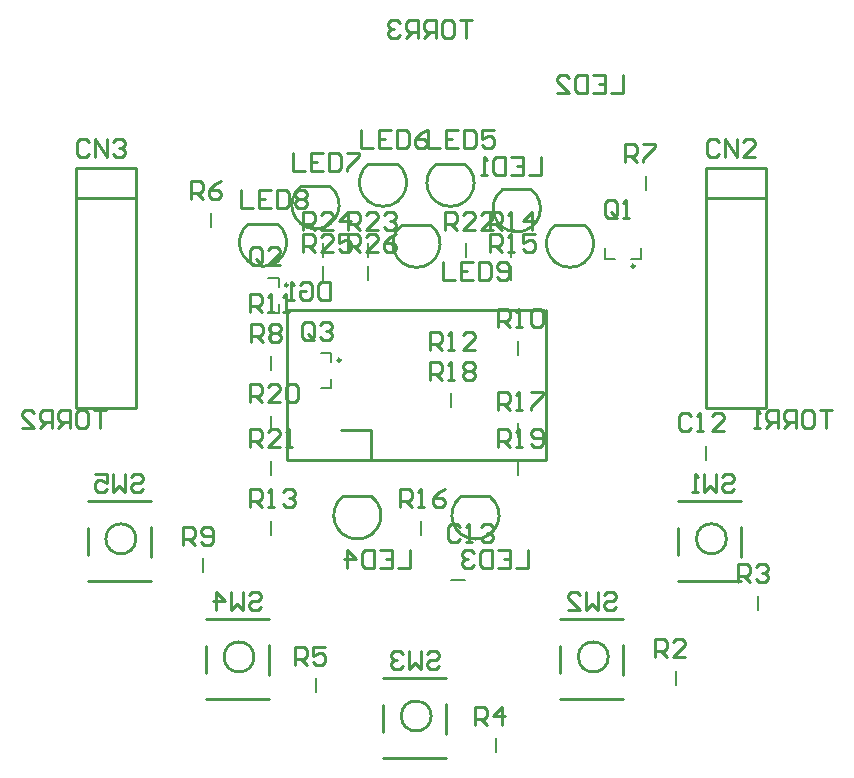
<source format=gto>
G04 Layer_Color=32768*
%FSLAX25Y25*%
%MOIN*%
G70*
G01*
G75*
%ADD30C,0.01000*%
%ADD31C,0.00984*%
%ADD32C,0.00787*%
D30*
X187776Y223799D02*
G03*
X197224Y223799I4724J-6299D01*
G01*
X165276D02*
G03*
X174724Y223799I4724J-6299D01*
G01*
X142776Y216299D02*
G03*
X152224Y216299I4724J-6299D01*
G01*
X125276Y203799D02*
G03*
X134724Y203799I4724J-6299D01*
G01*
X284469Y98811D02*
G03*
X284469Y98811I-5000J0D01*
G01*
X245098Y59441D02*
G03*
X245098Y59441I-5000J0D01*
G01*
X186043Y39756D02*
G03*
X186043Y39756I-5000J0D01*
G01*
X126988Y59441D02*
G03*
X126988Y59441I-5000J0D01*
G01*
X87618Y98811D02*
G03*
X87618Y98811I-5000J0D01*
G01*
X196102Y112913D02*
G03*
X205551Y112913I4724J-6299D01*
G01*
X156732D02*
G03*
X166181Y112913I4724J-6299D01*
G01*
X227598Y203465D02*
G03*
X237047Y203465I4724J-6299D01*
G01*
X209882Y215276D02*
G03*
X219331Y215276I4724J-6299D01*
G01*
X176417Y203465D02*
G03*
X185866Y203465I4724J-6299D01*
G01*
X187776Y223799D02*
X197224D01*
X165276D02*
X174724D01*
X142776Y216299D02*
X152224D01*
X125276Y203799D02*
X134724D01*
X156142Y135000D02*
X166142D01*
X137835Y125000D02*
X224449D01*
X137835Y175000D02*
X223642D01*
X166142Y125000D02*
Y135000D01*
X137835Y125000D02*
Y175000D01*
X224449Y125000D02*
Y175000D01*
X268468Y111311D02*
X289469D01*
X268468Y84811D02*
X289469D01*
Y92811D02*
Y102811D01*
X268468Y93311D02*
Y102311D01*
X229098Y71941D02*
X250098D01*
X229098Y45441D02*
X250098D01*
Y53441D02*
Y63441D01*
X229098Y53941D02*
Y62941D01*
X170043Y52256D02*
X191043D01*
X170043Y25756D02*
X191043D01*
Y33756D02*
Y43756D01*
X170043Y34256D02*
Y43256D01*
X110988Y71941D02*
X131988D01*
X110988Y45441D02*
X131988D01*
Y53441D02*
Y63441D01*
X110988Y53941D02*
Y62941D01*
X71618Y111311D02*
X92618D01*
X71618Y84811D02*
X92618D01*
Y92811D02*
Y102811D01*
X71618Y93311D02*
Y102311D01*
X196102Y112913D02*
X205551D01*
X156732D02*
X166181D01*
X227598Y203465D02*
X237047D01*
X209882Y215276D02*
X219331D01*
X176417Y203465D02*
X185866D01*
X77500Y142500D02*
X87500D01*
X67500Y212500D02*
X77500D01*
X67500Y142500D02*
X77500D01*
X67500Y222500D02*
X77500D01*
X87500D01*
X77500Y212500D02*
X87500D01*
X67500Y142500D02*
Y222500D01*
X87500Y142500D02*
Y222500D01*
X287500Y142500D02*
X297500D01*
X277500Y212500D02*
X287500D01*
X277500Y142500D02*
X287500D01*
X277500Y222500D02*
X287500D01*
X297500D01*
X287500Y212500D02*
X297500D01*
X277500Y142500D02*
Y222500D01*
X297500Y142500D02*
Y222500D01*
X208300Y129400D02*
Y135398D01*
X211299D01*
X212299Y134398D01*
Y132399D01*
X211299Y131399D01*
X208300D01*
X210299D02*
X212299Y129400D01*
X214298D02*
X216298D01*
X215298D01*
Y135398D01*
X214298Y134398D01*
X219297Y130400D02*
X220296Y129400D01*
X222295D01*
X223295Y130400D01*
Y134398D01*
X222295Y135398D01*
X220296D01*
X219297Y134398D01*
Y133399D01*
X220296Y132399D01*
X223295D01*
X158300Y194400D02*
Y200398D01*
X161299D01*
X162299Y199398D01*
Y197399D01*
X161299Y196399D01*
X158300D01*
X160299D02*
X162299Y194400D01*
X168297D02*
X164298D01*
X168297Y198399D01*
Y199398D01*
X167297Y200398D01*
X165298D01*
X164298Y199398D01*
X174295Y200398D02*
X172295Y199398D01*
X170296Y197399D01*
Y195400D01*
X171296Y194400D01*
X173295D01*
X174295Y195400D01*
Y196399D01*
X173295Y197399D01*
X170296D01*
X143300Y194400D02*
Y200398D01*
X146299D01*
X147299Y199398D01*
Y197399D01*
X146299Y196399D01*
X143300D01*
X145299D02*
X147299Y194400D01*
X153297D02*
X149298D01*
X153297Y198399D01*
Y199398D01*
X152297Y200398D01*
X150298D01*
X149298Y199398D01*
X159295Y200398D02*
X155296D01*
Y197399D01*
X157296Y198399D01*
X158295D01*
X159295Y197399D01*
Y195400D01*
X158295Y194400D01*
X156296D01*
X155296Y195400D01*
X143300Y201900D02*
Y207898D01*
X146299D01*
X147299Y206898D01*
Y204899D01*
X146299Y203899D01*
X143300D01*
X145299D02*
X147299Y201900D01*
X153297D02*
X149298D01*
X153297Y205899D01*
Y206898D01*
X152297Y207898D01*
X150298D01*
X149298Y206898D01*
X158295Y201900D02*
Y207898D01*
X155296Y204899D01*
X159295D01*
X158300Y201900D02*
Y207898D01*
X161299D01*
X162299Y206898D01*
Y204899D01*
X161299Y203899D01*
X158300D01*
X160299D02*
X162299Y201900D01*
X168297D02*
X164298D01*
X168297Y205899D01*
Y206898D01*
X167297Y207898D01*
X165298D01*
X164298Y206898D01*
X170296D02*
X171296Y207898D01*
X173295D01*
X174295Y206898D01*
Y205899D01*
X173295Y204899D01*
X172295D01*
X173295D01*
X174295Y203899D01*
Y202900D01*
X173295Y201900D01*
X171296D01*
X170296Y202900D01*
X190800Y201900D02*
Y207898D01*
X193799D01*
X194799Y206898D01*
Y204899D01*
X193799Y203899D01*
X190800D01*
X192799D02*
X194799Y201900D01*
X200797D02*
X196798D01*
X200797Y205899D01*
Y206898D01*
X199797Y207898D01*
X197798D01*
X196798Y206898D01*
X206795Y201900D02*
X202796D01*
X206795Y205899D01*
Y206898D01*
X205795Y207898D01*
X203796D01*
X202796Y206898D01*
X190000Y190998D02*
Y185000D01*
X193999D01*
X199997Y190998D02*
X195998D01*
Y185000D01*
X199997D01*
X195998Y187999D02*
X197997D01*
X201996Y190998D02*
Y185000D01*
X204995D01*
X205995Y186000D01*
Y189998D01*
X204995Y190998D01*
X201996D01*
X207994Y186000D02*
X208994Y185000D01*
X210993D01*
X211993Y186000D01*
Y189998D01*
X210993Y190998D01*
X208994D01*
X207994Y189998D01*
Y188999D01*
X208994Y187999D01*
X211993D01*
X122650Y215048D02*
Y209050D01*
X126649D01*
X132647Y215048D02*
X128648D01*
Y209050D01*
X132647D01*
X128648Y212049D02*
X130647D01*
X134646Y215048D02*
Y209050D01*
X137645D01*
X138645Y210050D01*
Y214048D01*
X137645Y215048D01*
X134646D01*
X140644Y214048D02*
X141644Y215048D01*
X143643D01*
X144643Y214048D01*
Y213049D01*
X143643Y212049D01*
X144643Y211049D01*
Y210050D01*
X143643Y209050D01*
X141644D01*
X140644Y210050D01*
Y211049D01*
X141644Y212049D01*
X140644Y213049D01*
Y214048D01*
X141644Y212049D02*
X143643D01*
X140150Y227548D02*
Y221550D01*
X144149D01*
X150147Y227548D02*
X146148D01*
Y221550D01*
X150147D01*
X146148Y224549D02*
X148147D01*
X152146Y227548D02*
Y221550D01*
X155145D01*
X156145Y222550D01*
Y226548D01*
X155145Y227548D01*
X152146D01*
X158144D02*
X162143D01*
Y226548D01*
X158144Y222550D01*
Y221550D01*
X162650Y235048D02*
Y229050D01*
X166649D01*
X172647Y235048D02*
X168648D01*
Y229050D01*
X172647D01*
X168648Y232049D02*
X170647D01*
X174646Y235048D02*
Y229050D01*
X177645D01*
X178645Y230050D01*
Y234048D01*
X177645Y235048D01*
X174646D01*
X184643D02*
X182643Y234048D01*
X180644Y232049D01*
Y230050D01*
X181644Y229050D01*
X183643D01*
X184643Y230050D01*
Y231049D01*
X183643Y232049D01*
X180644D01*
X185150Y235048D02*
Y229050D01*
X189149D01*
X195147Y235048D02*
X191148D01*
Y229050D01*
X195147D01*
X191148Y232049D02*
X193147D01*
X197146Y235048D02*
Y229050D01*
X200145D01*
X201145Y230050D01*
Y234048D01*
X200145Y235048D01*
X197146D01*
X207143D02*
X203144D01*
Y232049D01*
X205143Y233049D01*
X206143D01*
X207143Y232049D01*
Y230050D01*
X206143Y229050D01*
X204144D01*
X203144Y230050D01*
X125800Y129400D02*
Y135398D01*
X128799D01*
X129799Y134398D01*
Y132399D01*
X128799Y131399D01*
X125800D01*
X127799D02*
X129799Y129400D01*
X135797D02*
X131798D01*
X135797Y133399D01*
Y134398D01*
X134797Y135398D01*
X132798D01*
X131798Y134398D01*
X137796Y129400D02*
X139795D01*
X138796D01*
Y135398D01*
X137796Y134398D01*
X125800Y144400D02*
Y150398D01*
X128799D01*
X129799Y149398D01*
Y147399D01*
X128799Y146399D01*
X125800D01*
X127799D02*
X129799Y144400D01*
X135797D02*
X131798D01*
X135797Y148399D01*
Y149398D01*
X134797Y150398D01*
X132798D01*
X131798Y149398D01*
X137796D02*
X138796Y150398D01*
X140795D01*
X141795Y149398D01*
Y145400D01*
X140795Y144400D01*
X138796D01*
X137796Y145400D01*
Y149398D01*
X185800Y151900D02*
Y157898D01*
X188799D01*
X189799Y156898D01*
Y154899D01*
X188799Y153899D01*
X185800D01*
X187799D02*
X189799Y151900D01*
X191798D02*
X193798D01*
X192798D01*
Y157898D01*
X191798Y156898D01*
X196797D02*
X197796Y157898D01*
X199795D01*
X200795Y156898D01*
Y155899D01*
X199795Y154899D01*
X200795Y153899D01*
Y152900D01*
X199795Y151900D01*
X197796D01*
X196797Y152900D01*
Y153899D01*
X197796Y154899D01*
X196797Y155899D01*
Y156898D01*
X197796Y154899D02*
X199795D01*
X208300Y141900D02*
Y147898D01*
X211299D01*
X212299Y146898D01*
Y144899D01*
X211299Y143899D01*
X208300D01*
X210299D02*
X212299Y141900D01*
X214298D02*
X216298D01*
X215298D01*
Y147898D01*
X214298Y146898D01*
X219297Y147898D02*
X223295D01*
Y146898D01*
X219297Y142900D01*
Y141900D01*
X175800Y109400D02*
Y115398D01*
X178799D01*
X179799Y114398D01*
Y112399D01*
X178799Y111399D01*
X175800D01*
X177799D02*
X179799Y109400D01*
X181798D02*
X183798D01*
X182798D01*
Y115398D01*
X181798Y114398D01*
X190795Y115398D02*
X188796Y114398D01*
X186796Y112399D01*
Y110400D01*
X187796Y109400D01*
X189795D01*
X190795Y110400D01*
Y111399D01*
X189795Y112399D01*
X186796D01*
X205800Y194400D02*
Y200398D01*
X208799D01*
X209799Y199398D01*
Y197399D01*
X208799Y196399D01*
X205800D01*
X207799D02*
X209799Y194400D01*
X211798D02*
X213797D01*
X212798D01*
Y200398D01*
X211798Y199398D01*
X220795Y200398D02*
X216796D01*
Y197399D01*
X218796Y198399D01*
X219795D01*
X220795Y197399D01*
Y195400D01*
X219795Y194400D01*
X217796D01*
X216796Y195400D01*
X205800Y201900D02*
Y207898D01*
X208799D01*
X209799Y206898D01*
Y204899D01*
X208799Y203899D01*
X205800D01*
X207799D02*
X209799Y201900D01*
X211798D02*
X213797D01*
X212798D01*
Y207898D01*
X211798Y206898D01*
X219795Y201900D02*
Y207898D01*
X216796Y204899D01*
X220795D01*
X125800Y109400D02*
Y115398D01*
X128799D01*
X129799Y114398D01*
Y112399D01*
X128799Y111399D01*
X125800D01*
X127799D02*
X129799Y109400D01*
X131798D02*
X133798D01*
X132798D01*
Y115398D01*
X131798Y114398D01*
X136796D02*
X137796Y115398D01*
X139795D01*
X140795Y114398D01*
Y113399D01*
X139795Y112399D01*
X138796D01*
X139795D01*
X140795Y111399D01*
Y110400D01*
X139795Y109400D01*
X137796D01*
X136796Y110400D01*
X185800Y161900D02*
Y167898D01*
X188799D01*
X189799Y166898D01*
Y164899D01*
X188799Y163899D01*
X185800D01*
X187799D02*
X189799Y161900D01*
X191798D02*
X193798D01*
X192798D01*
Y167898D01*
X191798Y166898D01*
X200795Y161900D02*
X196797D01*
X200795Y165899D01*
Y166898D01*
X199795Y167898D01*
X197796D01*
X196797Y166898D01*
X125800Y174400D02*
Y180398D01*
X128799D01*
X129799Y179398D01*
Y177399D01*
X128799Y176399D01*
X125800D01*
X127799D02*
X129799Y174400D01*
X131798D02*
X133798D01*
X132798D01*
Y180398D01*
X131798Y179398D01*
X136796Y174400D02*
X138796D01*
X137796D01*
Y180398D01*
X136796Y179398D01*
X208300Y169400D02*
Y175398D01*
X211299D01*
X212299Y174398D01*
Y172399D01*
X211299Y171399D01*
X208300D01*
X210299D02*
X212299Y169400D01*
X214298D02*
X216298D01*
X215298D01*
Y175398D01*
X214298Y174398D01*
X219297D02*
X220296Y175398D01*
X222295D01*
X223295Y174398D01*
Y170400D01*
X222295Y169400D01*
X220296D01*
X219297Y170400D01*
Y174398D01*
X103300Y96900D02*
Y102898D01*
X106299D01*
X107299Y101898D01*
Y99899D01*
X106299Y98899D01*
X103300D01*
X105299D02*
X107299Y96900D01*
X109298Y97900D02*
X110298Y96900D01*
X112297D01*
X113297Y97900D01*
Y101898D01*
X112297Y102898D01*
X110298D01*
X109298Y101898D01*
Y100899D01*
X110298Y99899D01*
X113297D01*
X125850Y164450D02*
Y170448D01*
X128849D01*
X129849Y169448D01*
Y167449D01*
X128849Y166449D01*
X125850D01*
X127849D02*
X129849Y164450D01*
X131848Y169448D02*
X132848Y170448D01*
X134847D01*
X135847Y169448D01*
Y168449D01*
X134847Y167449D01*
X135847Y166449D01*
Y165450D01*
X134847Y164450D01*
X132848D01*
X131848Y165450D01*
Y166449D01*
X132848Y167449D01*
X131848Y168449D01*
Y169448D01*
X132848Y167449D02*
X134847D01*
X250800Y224400D02*
Y230398D01*
X253799D01*
X254799Y229398D01*
Y227399D01*
X253799Y226399D01*
X250800D01*
X252799D02*
X254799Y224400D01*
X256798Y230398D02*
X260797D01*
Y229398D01*
X256798Y225400D01*
Y224400D01*
X105850Y211950D02*
Y217948D01*
X108849D01*
X109849Y216948D01*
Y214949D01*
X108849Y213949D01*
X105850D01*
X107849D02*
X109849Y211950D01*
X115847Y217948D02*
X113847Y216948D01*
X111848Y214949D01*
Y212950D01*
X112848Y211950D01*
X114847D01*
X115847Y212950D01*
Y213949D01*
X114847Y214949D01*
X111848D01*
X140800Y56900D02*
Y62898D01*
X143799D01*
X144799Y61898D01*
Y59899D01*
X143799Y58899D01*
X140800D01*
X142799D02*
X144799Y56900D01*
X150797Y62898D02*
X146798D01*
Y59899D01*
X148798Y60899D01*
X149797D01*
X150797Y59899D01*
Y57900D01*
X149797Y56900D01*
X147798D01*
X146798Y57900D01*
X200800Y36900D02*
Y42898D01*
X203799D01*
X204799Y41898D01*
Y39899D01*
X203799Y38899D01*
X200800D01*
X202799D02*
X204799Y36900D01*
X209797D02*
Y42898D01*
X206798Y39899D01*
X210797D01*
X288300Y84400D02*
Y90398D01*
X291299D01*
X292299Y89398D01*
Y87399D01*
X291299Y86399D01*
X288300D01*
X290299D02*
X292299Y84400D01*
X294298Y89398D02*
X295298Y90398D01*
X297297D01*
X298297Y89398D01*
Y88399D01*
X297297Y87399D01*
X296298D01*
X297297D01*
X298297Y86399D01*
Y85400D01*
X297297Y84400D01*
X295298D01*
X294298Y85400D01*
X260800Y59400D02*
Y65398D01*
X263799D01*
X264799Y64398D01*
Y62399D01*
X263799Y61399D01*
X260800D01*
X262799D02*
X264799Y59400D01*
X270797D02*
X266798D01*
X270797Y63399D01*
Y64398D01*
X269797Y65398D01*
X267798D01*
X266798Y64398D01*
X147099Y166100D02*
Y170098D01*
X146099Y171098D01*
X144100D01*
X143100Y170098D01*
Y166100D01*
X144100Y165100D01*
X146099D01*
X145099Y167099D02*
X147099Y165100D01*
X146099D02*
X147099Y166100D01*
X149098Y170098D02*
X150098Y171098D01*
X152097D01*
X153097Y170098D01*
Y169099D01*
X152097Y168099D01*
X151098D01*
X152097D01*
X153097Y167099D01*
Y166100D01*
X152097Y165100D01*
X150098D01*
X149098Y166100D01*
X129599Y191100D02*
Y195098D01*
X128599Y196098D01*
X126600D01*
X125600Y195098D01*
Y191100D01*
X126600Y190100D01*
X128599D01*
X127599Y192099D02*
X129599Y190100D01*
X128599D02*
X129599Y191100D01*
X135597Y190100D02*
X131598D01*
X135597Y194099D01*
Y195098D01*
X134597Y196098D01*
X132598D01*
X131598Y195098D01*
X247899Y206900D02*
Y210898D01*
X246899Y211898D01*
X244900D01*
X243900Y210898D01*
Y206900D01*
X244900Y205900D01*
X246899D01*
X245899Y207899D02*
X247899Y205900D01*
X246899D02*
X247899Y206900D01*
X249898Y205900D02*
X251898D01*
X250898D01*
Y211898D01*
X249898Y210898D01*
X152300Y184498D02*
Y178500D01*
X149301D01*
X148301Y179500D01*
Y183498D01*
X149301Y184498D01*
X152300D01*
X142303Y183498D02*
X143303Y184498D01*
X145302D01*
X146302Y183498D01*
Y179500D01*
X145302Y178500D01*
X143303D01*
X142303Y179500D01*
Y181499D01*
X144303D01*
X140304Y178500D02*
X138305D01*
X139304D01*
Y184498D01*
X140304Y183498D01*
X86119Y119309D02*
X87119Y120309D01*
X89118D01*
X90118Y119309D01*
Y118310D01*
X89118Y117310D01*
X87119D01*
X86119Y116310D01*
Y115311D01*
X87119Y114311D01*
X89118D01*
X90118Y115311D01*
X84120Y120309D02*
Y114311D01*
X82121Y116310D01*
X80121Y114311D01*
Y120309D01*
X74123D02*
X78122D01*
Y117310D01*
X76123Y118310D01*
X75123D01*
X74123Y117310D01*
Y115311D01*
X75123Y114311D01*
X77122D01*
X78122Y115311D01*
X282970Y119309D02*
X283969Y120309D01*
X285969D01*
X286968Y119309D01*
Y118310D01*
X285969Y117310D01*
X283969D01*
X282970Y116310D01*
Y115311D01*
X283969Y114311D01*
X285969D01*
X286968Y115311D01*
X280970Y120309D02*
Y114311D01*
X278971Y116310D01*
X276972Y114311D01*
Y120309D01*
X274972Y114311D02*
X272973D01*
X273973D01*
Y120309D01*
X274972Y119309D01*
X243600Y79939D02*
X244599Y80939D01*
X246599D01*
X247598Y79939D01*
Y78940D01*
X246599Y77940D01*
X244599D01*
X243600Y76940D01*
Y75941D01*
X244599Y74941D01*
X246599D01*
X247598Y75941D01*
X241600Y80939D02*
Y74941D01*
X239601Y76940D01*
X237602Y74941D01*
Y80939D01*
X231604Y74941D02*
X235602D01*
X231604Y78940D01*
Y79939D01*
X232603Y80939D01*
X234603D01*
X235602Y79939D01*
X184545Y60254D02*
X185544Y61254D01*
X187544D01*
X188543Y60254D01*
Y59255D01*
X187544Y58255D01*
X185544D01*
X184545Y57255D01*
Y56256D01*
X185544Y55256D01*
X187544D01*
X188543Y56256D01*
X182545Y61254D02*
Y55256D01*
X180546Y57255D01*
X178547Y55256D01*
Y61254D01*
X176547Y60254D02*
X175548Y61254D01*
X173548D01*
X172548Y60254D01*
Y59255D01*
X173548Y58255D01*
X174548D01*
X173548D01*
X172548Y57255D01*
Y56256D01*
X173548Y55256D01*
X175548D01*
X176547Y56256D01*
X125489Y79939D02*
X126489Y80939D01*
X128489D01*
X129488Y79939D01*
Y78940D01*
X128489Y77940D01*
X126489D01*
X125489Y76940D01*
Y75941D01*
X126489Y74941D01*
X128489D01*
X129488Y75941D01*
X123490Y80939D02*
Y74941D01*
X121491Y76940D01*
X119491Y74941D01*
Y80939D01*
X114493Y74941D02*
Y80939D01*
X117492Y77940D01*
X113493D01*
X218327Y95112D02*
Y89114D01*
X214328D01*
X208330Y95112D02*
X212329D01*
Y89114D01*
X208330D01*
X212329Y92113D02*
X210329D01*
X206331Y95112D02*
Y89114D01*
X203332D01*
X202332Y90114D01*
Y94112D01*
X203332Y95112D01*
X206331D01*
X200333Y94112D02*
X199333Y95112D01*
X197334D01*
X196334Y94112D01*
Y93113D01*
X197334Y92113D01*
X198333D01*
X197334D01*
X196334Y91114D01*
Y90114D01*
X197334Y89114D01*
X199333D01*
X200333Y90114D01*
X178957Y95112D02*
Y89114D01*
X174958D01*
X168960Y95112D02*
X172959D01*
Y89114D01*
X168960D01*
X172959Y92113D02*
X170959D01*
X166961Y95112D02*
Y89114D01*
X163962D01*
X162962Y90114D01*
Y94112D01*
X163962Y95112D01*
X166961D01*
X157964Y89114D02*
Y95112D01*
X160962Y92113D01*
X156964D01*
X250000Y253498D02*
Y247500D01*
X246001D01*
X240003Y253498D02*
X244002D01*
Y247500D01*
X240003D01*
X244002Y250499D02*
X242003D01*
X238004Y253498D02*
Y247500D01*
X235005D01*
X234005Y248500D01*
Y252498D01*
X235005Y253498D01*
X238004D01*
X228007Y247500D02*
X232006D01*
X228007Y251499D01*
Y252498D01*
X229007Y253498D01*
X231006D01*
X232006Y252498D01*
X222500Y225998D02*
Y220000D01*
X218501D01*
X212503Y225998D02*
X216502D01*
Y220000D01*
X212503D01*
X216502Y222999D02*
X214503D01*
X210504Y225998D02*
Y220000D01*
X207505D01*
X206505Y221000D01*
Y224998D01*
X207505Y225998D01*
X210504D01*
X204506Y220000D02*
X202506D01*
X203506D01*
Y225998D01*
X204506Y224998D01*
X319700Y141898D02*
X315701D01*
X317701D01*
Y135900D01*
X310703Y141898D02*
X312702D01*
X313702Y140898D01*
Y136900D01*
X312702Y135900D01*
X310703D01*
X309703Y136900D01*
Y140898D01*
X310703Y141898D01*
X307704Y135900D02*
Y141898D01*
X304705D01*
X303705Y140898D01*
Y138899D01*
X304705Y137899D01*
X307704D01*
X305705D02*
X303705Y135900D01*
X301706D02*
Y141898D01*
X298707D01*
X297707Y140898D01*
Y138899D01*
X298707Y137899D01*
X301706D01*
X299707D02*
X297707Y135900D01*
X295708D02*
X293708D01*
X294708D01*
Y141898D01*
X295708Y140898D01*
X77600Y141898D02*
X73601D01*
X75601D01*
Y135900D01*
X68603Y141898D02*
X70602D01*
X71602Y140898D01*
Y136900D01*
X70602Y135900D01*
X68603D01*
X67603Y136900D01*
Y140898D01*
X68603Y141898D01*
X65604Y135900D02*
Y141898D01*
X62605D01*
X61605Y140898D01*
Y138899D01*
X62605Y137899D01*
X65604D01*
X63605D02*
X61605Y135900D01*
X59606D02*
Y141898D01*
X56607D01*
X55607Y140898D01*
Y138899D01*
X56607Y137899D01*
X59606D01*
X57607D02*
X55607Y135900D01*
X49609D02*
X53608D01*
X49609Y139899D01*
Y140898D01*
X50609Y141898D01*
X52608D01*
X53608Y140898D01*
X199600Y271798D02*
X195601D01*
X197601D01*
Y265800D01*
X190603Y271798D02*
X192602D01*
X193602Y270798D01*
Y266800D01*
X192602Y265800D01*
X190603D01*
X189603Y266800D01*
Y270798D01*
X190603Y271798D01*
X187604Y265800D02*
Y271798D01*
X184605D01*
X183605Y270798D01*
Y268799D01*
X184605Y267799D01*
X187604D01*
X185605D02*
X183605Y265800D01*
X181606D02*
Y271798D01*
X178607D01*
X177607Y270798D01*
Y268799D01*
X178607Y267799D01*
X181606D01*
X179606D02*
X177607Y265800D01*
X175608Y270798D02*
X174608Y271798D01*
X172609D01*
X171609Y270798D01*
Y269799D01*
X172609Y268799D01*
X173609D01*
X172609D01*
X171609Y267799D01*
Y266800D01*
X172609Y265800D01*
X174608D01*
X175608Y266800D01*
X71999Y230998D02*
X70999Y231998D01*
X69000D01*
X68000Y230998D01*
Y227000D01*
X69000Y226000D01*
X70999D01*
X71999Y227000D01*
X73998Y226000D02*
Y231998D01*
X77997Y226000D01*
Y231998D01*
X79996Y230998D02*
X80996Y231998D01*
X82995D01*
X83995Y230998D01*
Y229999D01*
X82995Y228999D01*
X81995D01*
X82995D01*
X83995Y227999D01*
Y227000D01*
X82995Y226000D01*
X80996D01*
X79996Y227000D01*
X281999Y230998D02*
X280999Y231998D01*
X279000D01*
X278000Y230998D01*
Y227000D01*
X279000Y226000D01*
X280999D01*
X281999Y227000D01*
X283998Y226000D02*
Y231998D01*
X287997Y226000D01*
Y231998D01*
X293995Y226000D02*
X289996D01*
X293995Y229999D01*
Y230998D01*
X292995Y231998D01*
X290996D01*
X289996Y230998D01*
X272599Y139898D02*
X271599Y140898D01*
X269600D01*
X268600Y139898D01*
Y135900D01*
X269600Y134900D01*
X271599D01*
X272599Y135900D01*
X274598Y134900D02*
X276597D01*
X275598D01*
Y140898D01*
X274598Y139898D01*
X283595Y134900D02*
X279596D01*
X283595Y138899D01*
Y139898D01*
X282595Y140898D01*
X280596D01*
X279596Y139898D01*
X195599Y102898D02*
X194599Y103898D01*
X192600D01*
X191600Y102898D01*
Y98900D01*
X192600Y97900D01*
X194599D01*
X195599Y98900D01*
X197598Y97900D02*
X199598D01*
X198598D01*
Y103898D01*
X197598Y102898D01*
X202596D02*
X203596Y103898D01*
X205595D01*
X206595Y102898D01*
Y101899D01*
X205595Y100899D01*
X204596D01*
X205595D01*
X206595Y99899D01*
Y98900D01*
X205595Y97900D01*
X203596D01*
X202596Y98900D01*
D31*
X155807Y158346D02*
G03*
X155807Y158346I-492J0D01*
G01*
X138307Y183346D02*
G03*
X138307Y183346I-492J0D01*
G01*
X253839Y189685D02*
G03*
X253839Y189685I-492J0D01*
G01*
D32*
X215000Y120138D02*
Y124862D01*
X197500Y192638D02*
Y197362D01*
X165000D02*
X165000Y192638D01*
X150000Y197362D02*
X150000Y192638D01*
X150000Y185138D02*
Y189862D01*
X165000Y185138D02*
X165000Y189862D01*
X267500Y50138D02*
Y54862D01*
X295000Y75138D02*
Y79862D01*
X207500Y27638D02*
Y32362D01*
X147500Y47638D02*
Y52362D01*
X110000Y87638D02*
Y92362D01*
X132500Y165138D02*
Y169862D01*
X215000Y160138D02*
Y164862D01*
X192500Y152638D02*
Y157362D01*
X132500Y100138D02*
Y104862D01*
X182500Y100138D02*
Y104862D01*
X212500Y185138D02*
Y189862D01*
Y192638D02*
Y197362D01*
X132500Y120138D02*
Y124862D01*
Y135138D02*
Y139862D01*
X192500Y142638D02*
Y147362D01*
X215000Y132638D02*
Y137362D01*
X132500Y155138D02*
Y159862D01*
X112500Y202638D02*
Y207362D01*
X257500Y215138D02*
Y219862D01*
X149213Y160906D02*
X152756D01*
Y157756D02*
Y160906D01*
X149213Y149094D02*
X152756D01*
Y152244D01*
X131713Y185906D02*
X135256D01*
Y182756D02*
Y185906D01*
X131713Y174094D02*
X135256D01*
Y177244D01*
X255906Y192244D02*
Y195787D01*
X252756Y192244D02*
X255906D01*
X244094D02*
Y195787D01*
Y192244D02*
X247244D01*
X192638Y85000D02*
X197362D01*
X277500Y125138D02*
Y129862D01*
M02*

</source>
